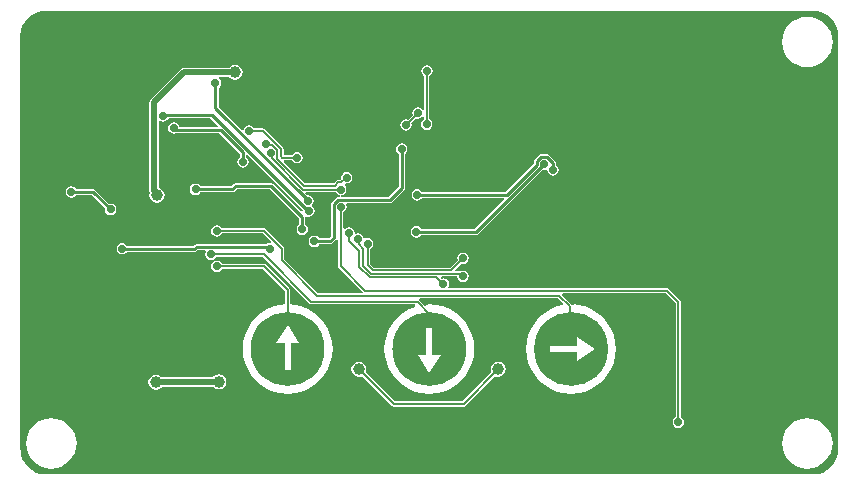
<source format=gtl>
G04*
G04 #@! TF.GenerationSoftware,Altium Limited,Altium Designer,20.1.12 (249)*
G04*
G04 Layer_Physical_Order=1*
G04 Layer_Color=255*
%FSLAX25Y25*%
%MOIN*%
G70*
G04*
G04 #@! TF.SameCoordinates,5D91F948-5D34-48A5-82E7-886A0B8BAD73*
G04*
G04*
G04 #@! TF.FilePolarity,Positive*
G04*
G01*
G75*
%ADD10C,0.01000*%
%ADD13C,0.00700*%
%ADD14C,0.02000*%
%ADD15O,0.04331X0.08661*%
%ADD16O,0.05118X0.10236*%
%ADD17C,0.03937*%
%ADD18C,0.02756*%
G36*
X265748Y155967D02*
Y155967D01*
X266236Y155938D01*
X267377Y155826D01*
X268943Y155351D01*
X270386Y154579D01*
X271651Y153541D01*
X272690Y152276D01*
X273461Y150833D01*
X273936Y149267D01*
X274048Y148126D01*
X274077Y147638D01*
X274077Y147638D01*
X274077Y147637D01*
X274077Y147637D01*
X274077Y147138D01*
X274077Y9843D01*
X274077Y9843D01*
X274077Y9842D01*
X274048Y9354D01*
X273936Y8213D01*
X273461Y6647D01*
X272690Y5204D01*
X271651Y3939D01*
X270386Y2901D01*
X268943Y2129D01*
X267377Y1654D01*
X265813Y1500D01*
X265748Y1513D01*
X9843D01*
X9778Y1500D01*
X8214Y1654D01*
X6648Y2129D01*
X5204Y2901D01*
X3939Y3939D01*
X2901Y5204D01*
X2129Y6648D01*
X1654Y8214D01*
X1542Y9354D01*
X1513Y9843D01*
X1513Y9843D01*
Y147638D01*
X1500Y147703D01*
X1654Y149267D01*
X2129Y150833D01*
X2901Y152276D01*
X3939Y153541D01*
X5204Y154579D01*
X6648Y155351D01*
X8214Y155826D01*
X9354Y155938D01*
X9843Y155967D01*
X10342Y155967D01*
X265256Y155967D01*
X265748Y155967D01*
D02*
G37*
%LPC*%
G36*
X263779Y154084D02*
X262138Y153922D01*
X260559Y153443D01*
X259105Y152666D01*
X257830Y151619D01*
X256783Y150344D01*
X256006Y148889D01*
X255527Y147311D01*
X255365Y145669D01*
X255527Y144028D01*
X256006Y142449D01*
X256783Y140994D01*
X257830Y139719D01*
X259105Y138673D01*
X260559Y137895D01*
X262138Y137416D01*
X263779Y137255D01*
X265421Y137416D01*
X267000Y137895D01*
X268454Y138673D01*
X269729Y139719D01*
X270776Y140994D01*
X271553Y142449D01*
X272032Y144028D01*
X272194Y145669D01*
X272032Y147311D01*
X271553Y148889D01*
X270776Y150344D01*
X269729Y151619D01*
X268454Y152666D01*
X267000Y153443D01*
X265421Y153922D01*
X263779Y154084D01*
D02*
G37*
G36*
X73000Y138017D02*
X72037Y137825D01*
X71220Y137280D01*
X71053Y137029D01*
X56000D01*
X55415Y136913D01*
X54919Y136581D01*
X44919Y126581D01*
X44587Y126085D01*
X44471Y125500D01*
Y96024D01*
X44587Y95439D01*
X44651Y95343D01*
X44483Y94500D01*
X44675Y93537D01*
X45220Y92720D01*
X46037Y92175D01*
X47000Y91983D01*
X47963Y92175D01*
X48780Y92720D01*
X49325Y93537D01*
X49517Y94500D01*
X49325Y95463D01*
X48780Y96280D01*
X47963Y96825D01*
X47529Y96912D01*
Y119190D01*
X48029Y119457D01*
X48367Y119231D01*
X49100Y119085D01*
X49833Y119231D01*
X50454Y119646D01*
X50869Y120267D01*
X50887Y120358D01*
X64837D01*
X67414Y117781D01*
X67222Y117320D01*
X54451D01*
X54369Y117733D01*
X53954Y118354D01*
X53333Y118769D01*
X52600Y118915D01*
X51867Y118769D01*
X51246Y118354D01*
X50831Y117733D01*
X50685Y117000D01*
X50831Y116267D01*
X51246Y115646D01*
X51867Y115231D01*
X52600Y115085D01*
X53333Y115231D01*
X53491Y115337D01*
X53775Y115280D01*
X67793D01*
X74680Y108393D01*
Y107177D01*
X74346Y106954D01*
X73931Y106333D01*
X73785Y105600D01*
X73931Y104867D01*
X74346Y104246D01*
X74967Y103831D01*
X75700Y103685D01*
X76433Y103831D01*
X77054Y104246D01*
X77469Y104867D01*
X77615Y105600D01*
X77469Y106333D01*
X77054Y106954D01*
X76720Y107177D01*
Y107822D01*
X77182Y108014D01*
X95609Y89586D01*
X95587Y89372D01*
X95064Y89187D01*
X85788Y98463D01*
X85458Y98684D01*
X85067Y98762D01*
X73320D01*
X72929Y98684D01*
X72599Y98463D01*
X71662Y97526D01*
X61439D01*
X61215Y97861D01*
X60594Y98276D01*
X59861Y98422D01*
X59128Y98276D01*
X58507Y97861D01*
X58092Y97240D01*
X57946Y96507D01*
X58092Y95774D01*
X58507Y95153D01*
X59128Y94738D01*
X59861Y94592D01*
X60594Y94738D01*
X61215Y95153D01*
X61439Y95487D01*
X72084D01*
X72474Y95565D01*
X72805Y95786D01*
X73742Y96723D01*
X84645D01*
X94453Y86915D01*
Y84756D01*
X94118Y84532D01*
X93703Y83911D01*
X93558Y83178D01*
X93703Y82446D01*
X94118Y81824D01*
X94740Y81409D01*
X95472Y81264D01*
X96205Y81409D01*
X96826Y81824D01*
X97241Y82446D01*
X97387Y83178D01*
X97241Y83911D01*
X96826Y84532D01*
X96492Y84756D01*
Y87247D01*
X96705Y87426D01*
X96963Y87534D01*
X96967Y87531D01*
X97700Y87385D01*
X98433Y87531D01*
X99054Y87946D01*
X99469Y88567D01*
X99615Y89300D01*
X99469Y90033D01*
X99054Y90654D01*
X98786Y90833D01*
X98654Y91346D01*
X99069Y91967D01*
X99215Y92700D01*
X99069Y93433D01*
X98654Y94054D01*
X98033Y94469D01*
X97300Y94615D01*
X97020Y94559D01*
X96451Y95128D01*
X96642Y95590D01*
X106588D01*
X106914Y95103D01*
X107535Y94688D01*
X107974Y94600D01*
X108085Y94578D01*
X108036Y94078D01*
X107315D01*
X106925Y94001D01*
X106594Y93780D01*
X105201Y92387D01*
X104980Y92056D01*
X104903Y91666D01*
Y80754D01*
X104368Y80220D01*
X101077D01*
X100854Y80554D01*
X100233Y80969D01*
X99500Y81115D01*
X98767Y80969D01*
X98146Y80554D01*
X97731Y79933D01*
X97585Y79200D01*
X97731Y78467D01*
X98146Y77846D01*
X98767Y77431D01*
X99500Y77285D01*
X100233Y77431D01*
X100854Y77846D01*
X101077Y78180D01*
X104791D01*
X105181Y78258D01*
X105511Y78479D01*
X106643Y79611D01*
X106864Y79941D01*
X106942Y80332D01*
X107433Y80312D01*
Y70834D01*
X107499Y70502D01*
X107687Y70221D01*
X115518Y62390D01*
X115311Y61890D01*
X100753D01*
X89449Y73194D01*
Y76772D01*
X89383Y77103D01*
X89196Y77385D01*
X83290Y83290D01*
X83009Y83478D01*
X82677Y83544D01*
X68609D01*
X68283Y84031D01*
X67662Y84446D01*
X66929Y84592D01*
X66196Y84446D01*
X65575Y84031D01*
X65160Y83410D01*
X65014Y82677D01*
X65160Y81944D01*
X65575Y81323D01*
X66196Y80908D01*
X66929Y80762D01*
X67662Y80908D01*
X68283Y81323D01*
X68609Y81810D01*
X82318D01*
X85004Y79125D01*
X84757Y78664D01*
X84646Y78686D01*
X83913Y78541D01*
X83404Y78201D01*
X60039D01*
X59649Y78123D01*
X59318Y77902D01*
X59208Y77791D01*
X37010D01*
X36787Y78126D01*
X36166Y78541D01*
X35433Y78686D01*
X34700Y78541D01*
X34079Y78126D01*
X33664Y77504D01*
X33518Y76772D01*
X33664Y76039D01*
X34079Y75418D01*
X34700Y75003D01*
X35433Y74857D01*
X36166Y75003D01*
X36787Y75418D01*
X37010Y75752D01*
X59630D01*
X60020Y75830D01*
X60351Y76051D01*
X60462Y76161D01*
X63008D01*
X63276Y75661D01*
X63192Y75536D01*
X63046Y74803D01*
X63192Y74070D01*
X63607Y73449D01*
X64228Y73034D01*
X64961Y72888D01*
X65693Y73034D01*
X66315Y73449D01*
X66640Y73936D01*
X82318D01*
X97812Y58442D01*
X98094Y58254D01*
X98425Y58188D01*
X133037D01*
X133143Y58048D01*
X133150Y57930D01*
X132965Y57455D01*
X131001Y56642D01*
X128999Y55414D01*
X127213Y53889D01*
X125688Y52104D01*
X124461Y50101D01*
X123562Y47932D01*
X123014Y45648D01*
X122830Y43307D01*
X123014Y40966D01*
X123562Y38682D01*
X124461Y36513D01*
X125688Y34511D01*
X127213Y32725D01*
X128999Y31200D01*
X131001Y29973D01*
X133171Y29074D01*
X135454Y28526D01*
X137795Y28341D01*
X140136Y28526D01*
X142420Y29074D01*
X144589Y29973D01*
X146592Y31200D01*
X148378Y32725D01*
X149903Y34511D01*
X151130Y36513D01*
X152028Y38682D01*
X152577Y40966D01*
X152761Y43307D01*
X152577Y45648D01*
X152028Y47932D01*
X151130Y50101D01*
X149903Y52104D01*
X148378Y53889D01*
X146592Y55414D01*
X144589Y56642D01*
X142420Y57540D01*
X140136Y58088D01*
X137795Y58273D01*
Y58246D01*
X137405Y58169D01*
X137074Y57947D01*
X137004Y57842D01*
X136406Y57734D01*
X134482Y59657D01*
X134484Y59704D01*
X134639Y60157D01*
X180743D01*
X182386Y58514D01*
X182211Y57999D01*
X181912Y57900D01*
D01*
X180415Y57540D01*
X178245Y56642D01*
X176243Y55414D01*
X174457Y53889D01*
X172932Y52104D01*
X171705Y50101D01*
X170806Y47932D01*
X170258Y45648D01*
X170074Y43307D01*
X170258Y40966D01*
X170806Y38682D01*
X171705Y36513D01*
X172932Y34511D01*
X174457Y32725D01*
X176243Y31200D01*
X178245Y29973D01*
X180415Y29074D01*
X182698Y28526D01*
X185039Y28341D01*
X187381Y28526D01*
X189664Y29074D01*
X191834Y29973D01*
X193836Y31200D01*
X195622Y32725D01*
X197147Y34511D01*
X198374Y36513D01*
X199273Y38682D01*
X199821Y40966D01*
X200005Y43307D01*
X199821Y45648D01*
X199273Y47932D01*
X198374Y50101D01*
X197147Y52104D01*
X195622Y53889D01*
X193836Y55414D01*
X191834Y56642D01*
X189664Y57540D01*
X187381Y58088D01*
X186102Y58189D01*
X186103Y58197D01*
X186031Y58211D01*
X185641Y58133D01*
X185507Y58043D01*
X185259Y58093D01*
X181995Y61356D01*
X182202Y61856D01*
X216818D01*
X219915Y58760D01*
Y20560D01*
X219427Y20234D01*
X219012Y19613D01*
X218867Y18880D01*
X219012Y18147D01*
X219427Y17526D01*
X220049Y17111D01*
X220781Y16965D01*
X221514Y17111D01*
X222135Y17526D01*
X222550Y18147D01*
X222696Y18880D01*
X222550Y19613D01*
X222135Y20234D01*
X221648Y20560D01*
Y59119D01*
X221582Y59450D01*
X221394Y59732D01*
X217790Y63336D01*
X217509Y63524D01*
X217177Y63590D01*
X144418D01*
X144150Y64090D01*
X144269Y64267D01*
X144415Y65000D01*
X144269Y65733D01*
X143854Y66354D01*
X143233Y66769D01*
X142500Y66915D01*
X141892Y66794D01*
X141649Y67057D01*
X141850Y67533D01*
X147058D01*
X147085Y67500D01*
X147231Y66767D01*
X147646Y66146D01*
X148267Y65731D01*
X149000Y65585D01*
X149733Y65731D01*
X150354Y66146D01*
X150769Y66767D01*
X150915Y67500D01*
X150769Y68233D01*
X150354Y68854D01*
X149733Y69269D01*
X149000Y69415D01*
X148267Y69269D01*
X148029Y69110D01*
X147894Y69201D01*
X147562Y69267D01*
X146646D01*
X146454Y69729D01*
X148425Y71700D01*
X149000Y71585D01*
X149733Y71731D01*
X150354Y72146D01*
X150769Y72767D01*
X150915Y73500D01*
X150769Y74233D01*
X150354Y74854D01*
X149733Y75269D01*
X149000Y75415D01*
X148267Y75269D01*
X147646Y74854D01*
X147231Y74233D01*
X147085Y73500D01*
X147200Y72925D01*
X144741Y70467D01*
X119259D01*
X118067Y71659D01*
Y76720D01*
X118554Y77046D01*
X118969Y77667D01*
X119115Y78400D01*
X118969Y79133D01*
X118554Y79754D01*
X117933Y80169D01*
X117200Y80315D01*
X116467Y80169D01*
X116294Y80053D01*
X115738Y80283D01*
X115669Y80633D01*
X115254Y81254D01*
X114633Y81669D01*
X113900Y81815D01*
X113367Y81709D01*
X112981Y81957D01*
X112898Y82086D01*
X112769Y82733D01*
X112354Y83354D01*
X111733Y83769D01*
X111000Y83915D01*
X110267Y83769D01*
X109667Y83368D01*
X109546Y83392D01*
X109167Y83536D01*
Y89001D01*
X109654Y89327D01*
X110069Y89948D01*
X110215Y90681D01*
X110069Y91413D01*
X109985Y91539D01*
X110252Y92039D01*
X124555D01*
X124945Y92117D01*
X125276Y92338D01*
X129321Y96383D01*
X129542Y96714D01*
X129620Y97104D01*
Y108423D01*
X129954Y108646D01*
X130369Y109267D01*
X130515Y110000D01*
X130369Y110733D01*
X129954Y111354D01*
X129333Y111769D01*
X128600Y111915D01*
X127867Y111769D01*
X127246Y111354D01*
X126831Y110733D01*
X126685Y110000D01*
X126831Y109267D01*
X127246Y108646D01*
X127580Y108423D01*
Y97526D01*
X124132Y94078D01*
X108500D01*
X108450Y94578D01*
X108561Y94600D01*
X109001Y94688D01*
X109622Y95103D01*
X110037Y95724D01*
X110182Y96457D01*
X110037Y97189D01*
X109622Y97811D01*
X109657Y98370D01*
X109861Y98554D01*
X110236Y98479D01*
X110969Y98625D01*
X111590Y99040D01*
X112005Y99661D01*
X112151Y100394D01*
X112005Y101126D01*
X111590Y101748D01*
X110969Y102163D01*
X110236Y102308D01*
X109503Y102163D01*
X108882Y101748D01*
X108467Y101126D01*
X108321Y100394D01*
X108386Y100072D01*
X108009Y99695D01*
X107489D01*
X107157Y99629D01*
X106876Y99441D01*
X105958Y98523D01*
X96446D01*
X89259Y105710D01*
X89466Y106210D01*
X91927D01*
X92252Y105723D01*
X92873Y105308D01*
X93606Y105162D01*
X94339Y105308D01*
X94960Y105723D01*
X95375Y106344D01*
X95521Y107077D01*
X95375Y107809D01*
X94960Y108431D01*
X94339Y108846D01*
X93606Y108991D01*
X92873Y108846D01*
X92252Y108431D01*
X91927Y107943D01*
X89234D01*
Y109981D01*
X89168Y110313D01*
X88980Y110594D01*
X82961Y116613D01*
X82679Y116801D01*
X82348Y116867D01*
X79479D01*
X79154Y117354D01*
X78533Y117769D01*
X77800Y117915D01*
X77067Y117769D01*
X76446Y117354D01*
X76031Y116733D01*
X75952Y116334D01*
X75409Y116170D01*
X67520Y124059D01*
Y130423D01*
X67854Y130646D01*
X68269Y131267D01*
X68415Y132000D01*
X68269Y132733D01*
X67854Y133354D01*
X67679Y133471D01*
X67831Y133971D01*
X71053D01*
X71220Y133720D01*
X72037Y133175D01*
X73000Y132983D01*
X73963Y133175D01*
X74780Y133720D01*
X75325Y134537D01*
X75517Y135500D01*
X75325Y136463D01*
X74780Y137280D01*
X73963Y137825D01*
X73000Y138017D01*
D02*
G37*
G36*
X137000Y137915D02*
X136267Y137769D01*
X135646Y137354D01*
X135231Y136733D01*
X135085Y136000D01*
X135231Y135267D01*
X135646Y134646D01*
X136083Y134354D01*
Y123163D01*
X135583Y123011D01*
X135354Y123354D01*
X134733Y123769D01*
X134000Y123915D01*
X133267Y123769D01*
X132646Y123354D01*
X132231Y122733D01*
X132085Y122000D01*
X132200Y121425D01*
X130575Y119800D01*
X130000Y119915D01*
X129267Y119769D01*
X128646Y119354D01*
X128231Y118733D01*
X128085Y118000D01*
X128231Y117267D01*
X128646Y116646D01*
X129267Y116231D01*
X130000Y116085D01*
X130733Y116231D01*
X131354Y116646D01*
X131769Y117267D01*
X131915Y118000D01*
X131800Y118575D01*
X133425Y120200D01*
X134000Y120085D01*
X134733Y120231D01*
X135354Y120646D01*
X135583Y120989D01*
X136083Y120837D01*
Y119922D01*
X135545Y119563D01*
X135130Y118942D01*
X134984Y118209D01*
X135130Y117476D01*
X135545Y116855D01*
X136166Y116440D01*
X136899Y116294D01*
X137632Y116440D01*
X138253Y116855D01*
X138668Y117476D01*
X138814Y118209D01*
X138668Y118942D01*
X138253Y119563D01*
X137816Y119855D01*
Y134287D01*
X138354Y134646D01*
X138769Y135267D01*
X138915Y136000D01*
X138769Y136733D01*
X138354Y137354D01*
X137733Y137769D01*
X137000Y137915D01*
D02*
G37*
G36*
X176985Y108398D02*
X175015D01*
X174625Y108320D01*
X174294Y108099D01*
X172901Y106706D01*
X172680Y106375D01*
X172602Y105985D01*
Y105166D01*
X163160Y95723D01*
X135344D01*
X135121Y96058D01*
X134499Y96473D01*
X133767Y96619D01*
X133034Y96473D01*
X132413Y96058D01*
X131998Y95437D01*
X131852Y94704D01*
X131998Y93971D01*
X132413Y93350D01*
X133034Y92935D01*
X133767Y92789D01*
X134499Y92935D01*
X135121Y93350D01*
X135344Y93684D01*
X162589D01*
X162780Y93222D01*
X152956Y83398D01*
X135077D01*
X134854Y83732D01*
X134233Y84147D01*
X133500Y84293D01*
X132767Y84147D01*
X132146Y83732D01*
X131731Y83111D01*
X131585Y82378D01*
X131731Y81645D01*
X132146Y81024D01*
X132767Y80609D01*
X133500Y80463D01*
X134233Y80609D01*
X134854Y81024D01*
X135077Y81358D01*
X153378D01*
X153768Y81436D01*
X154099Y81657D01*
X175606Y103164D01*
X176000Y103085D01*
X176617Y103208D01*
X176886Y103088D01*
X177109Y102881D01*
X177231Y102267D01*
X177646Y101646D01*
X178267Y101231D01*
X179000Y101085D01*
X179733Y101231D01*
X180354Y101646D01*
X180769Y102267D01*
X180915Y103000D01*
X180769Y103733D01*
X180354Y104354D01*
X180020Y104577D01*
Y105363D01*
X179942Y105753D01*
X179721Y106084D01*
X177706Y108099D01*
X177375Y108320D01*
X176985Y108398D01*
D02*
G37*
G36*
X18500Y97515D02*
X17767Y97369D01*
X17146Y96954D01*
X16731Y96333D01*
X16585Y95600D01*
X16731Y94867D01*
X17146Y94246D01*
X17767Y93831D01*
X18500Y93685D01*
X19233Y93831D01*
X19854Y94246D01*
X20077Y94580D01*
X25363D01*
X29695Y90248D01*
X29617Y89854D01*
X29763Y89121D01*
X30178Y88500D01*
X30799Y88085D01*
X31532Y87939D01*
X32265Y88085D01*
X32886Y88500D01*
X33301Y89121D01*
X33447Y89854D01*
X33301Y90587D01*
X32886Y91208D01*
X32265Y91623D01*
X31532Y91769D01*
X31137Y91690D01*
X26507Y96321D01*
X26176Y96542D01*
X25786Y96620D01*
X20077D01*
X19854Y96954D01*
X19233Y97369D01*
X18500Y97515D01*
D02*
G37*
G36*
X66929Y72781D02*
X66196Y72635D01*
X65575Y72220D01*
X65160Y71599D01*
X65014Y70866D01*
X65160Y70133D01*
X65575Y69512D01*
X66196Y69097D01*
X66929Y68951D01*
X67662Y69097D01*
X68283Y69512D01*
X68609Y69999D01*
X82318D01*
X89684Y62633D01*
Y58204D01*
X88437Y58106D01*
Y58106D01*
X88210Y58088D01*
X87957Y58028D01*
X85927Y57540D01*
X83757Y56642D01*
X81755Y55414D01*
X79969Y53889D01*
X78444Y52104D01*
X77217Y50101D01*
X76318Y47932D01*
X75770Y45648D01*
X75586Y43307D01*
X75770Y40966D01*
X76318Y38682D01*
X77217Y36513D01*
X78444Y34511D01*
X79969Y32725D01*
X81755Y31200D01*
X83757Y29973D01*
X85927Y29074D01*
X88210Y28526D01*
X90551Y28341D01*
X92892Y28526D01*
X95176Y29074D01*
X97345Y29973D01*
X99348Y31200D01*
X101133Y32725D01*
X102659Y34511D01*
X103886Y36513D01*
X104784Y38682D01*
X105333Y40966D01*
X105517Y43307D01*
X105333Y45648D01*
X104784Y47932D01*
X103886Y50101D01*
X102659Y52104D01*
X101133Y53889D01*
X99348Y55414D01*
X97345Y56642D01*
X95176Y57540D01*
X93159Y58024D01*
X92892Y58088D01*
X92665Y58106D01*
Y58106D01*
X91418Y58204D01*
Y62992D01*
X91352Y63324D01*
X91164Y63605D01*
X83290Y71479D01*
X83009Y71667D01*
X82677Y71733D01*
X68609D01*
X68283Y72220D01*
X67662Y72635D01*
X66929Y72781D01*
D02*
G37*
G36*
X67600Y34917D02*
X66637Y34725D01*
X65820Y34180D01*
X65586Y33829D01*
X48580D01*
X48480Y33980D01*
X47663Y34525D01*
X46700Y34717D01*
X45737Y34525D01*
X44920Y33980D01*
X44375Y33163D01*
X44183Y32200D01*
X44375Y31237D01*
X44920Y30420D01*
X45737Y29875D01*
X46700Y29683D01*
X47663Y29875D01*
X48480Y30420D01*
X48714Y30771D01*
X65720D01*
X65820Y30620D01*
X66637Y30075D01*
X67600Y29883D01*
X68563Y30075D01*
X69380Y30620D01*
X69925Y31437D01*
X70117Y32400D01*
X69925Y33363D01*
X69380Y34180D01*
X68563Y34725D01*
X67600Y34917D01*
D02*
G37*
G36*
X160800Y39117D02*
X159837Y38925D01*
X159020Y38380D01*
X158475Y37563D01*
X158283Y36600D01*
X158475Y35637D01*
X158529Y35555D01*
X148841Y25867D01*
X126259D01*
X116571Y35555D01*
X116625Y35637D01*
X116817Y36600D01*
X116625Y37563D01*
X116080Y38380D01*
X115263Y38925D01*
X114300Y39117D01*
X113337Y38925D01*
X112520Y38380D01*
X111975Y37563D01*
X111783Y36600D01*
X111975Y35637D01*
X112520Y34820D01*
X113337Y34275D01*
X114300Y34083D01*
X115263Y34275D01*
X115345Y34329D01*
X125287Y24387D01*
X125568Y24199D01*
X125900Y24133D01*
X149200D01*
X149532Y24199D01*
X149813Y24387D01*
X159755Y34329D01*
X159837Y34275D01*
X160800Y34083D01*
X161763Y34275D01*
X162580Y34820D01*
X163125Y35637D01*
X163317Y36600D01*
X163125Y37563D01*
X162580Y38380D01*
X161763Y38925D01*
X160800Y39117D01*
D02*
G37*
G36*
X263779Y20226D02*
X262138Y20064D01*
X260559Y19585D01*
X259105Y18808D01*
X257830Y17761D01*
X256783Y16486D01*
X256006Y15031D01*
X255527Y13453D01*
X255365Y11811D01*
X255527Y10169D01*
X256006Y8591D01*
X256783Y7136D01*
X257830Y5861D01*
X259105Y4815D01*
X260559Y4037D01*
X262138Y3558D01*
X263779Y3396D01*
X265421Y3558D01*
X267000Y4037D01*
X268454Y4815D01*
X269729Y5861D01*
X270776Y7136D01*
X271553Y8591D01*
X272032Y10169D01*
X272194Y11811D01*
X272032Y13453D01*
X271553Y15031D01*
X270776Y16486D01*
X269729Y17761D01*
X268454Y18808D01*
X267000Y19585D01*
X265421Y20064D01*
X263779Y20226D01*
D02*
G37*
G36*
X11811D02*
X10169Y20064D01*
X8591Y19585D01*
X7136Y18808D01*
X5861Y17761D01*
X4815Y16486D01*
X4037Y15031D01*
X3558Y13453D01*
X3396Y11811D01*
X3558Y10169D01*
X4037Y8591D01*
X4815Y7136D01*
X5861Y5861D01*
X7136Y4815D01*
X8591Y4037D01*
X10169Y3558D01*
X11811Y3396D01*
X13453Y3558D01*
X15031Y4037D01*
X16486Y4815D01*
X17761Y5861D01*
X18808Y7136D01*
X19585Y8591D01*
X20064Y10169D01*
X20226Y11811D01*
X20064Y13453D01*
X19585Y15031D01*
X18808Y16486D01*
X17761Y17761D01*
X16486Y18808D01*
X15031Y19585D01*
X13453Y20064D01*
X11811Y20226D01*
D02*
G37*
%LPD*%
G36*
X188848Y54503D02*
X192913Y52165D01*
X194872Y49689D01*
X195866Y47244D01*
X196850Y44291D01*
Y43307D01*
X196057Y39672D01*
X193915Y35596D01*
X190871Y33145D01*
X187104Y31726D01*
X182769Y31648D01*
X178538Y33558D01*
X175777Y35880D01*
X173635Y39956D01*
X173145Y44987D01*
X174590Y48883D01*
X177506Y52521D01*
X180512Y54279D01*
X184605Y55138D01*
X188848Y54503D01*
D02*
G37*
G36*
X143372Y53756D02*
X147010Y50841D01*
X148767Y47835D01*
X149626Y43742D01*
X148991Y39499D01*
X146653Y35433D01*
X144177Y33474D01*
X141732Y32480D01*
X138779Y31496D01*
X137795D01*
X134161Y32290D01*
X130084Y34431D01*
X127633Y37476D01*
X126214Y41243D01*
X126136Y45577D01*
X128046Y49809D01*
X130368Y52569D01*
X134444Y54711D01*
X139476Y55201D01*
X143372Y53756D01*
D02*
G37*
%LPC*%
G36*
X187008Y47244D02*
Y44291D01*
X178150D01*
Y42323D01*
X187008D01*
Y39370D01*
X192913Y43307D01*
X187008Y47244D01*
D02*
G37*
G36*
X138779Y50197D02*
X136811D01*
Y41339D01*
X133858D01*
X137795Y35433D01*
X141732Y41339D01*
X138779D01*
Y50197D01*
D02*
G37*
%LPD*%
G36*
X94186Y54325D02*
X98263Y52183D01*
X100714Y49138D01*
X102133Y45371D01*
X102210Y41037D01*
X100301Y36805D01*
X97979Y34045D01*
X93902Y31903D01*
X88871Y31413D01*
X84975Y32858D01*
X81337Y35773D01*
X79579Y38779D01*
X78721Y42873D01*
X79355Y47115D01*
X81693Y51181D01*
X84170Y53140D01*
X86614Y54134D01*
X89567Y55118D01*
X90551D01*
X94186Y54325D01*
D02*
G37*
%LPC*%
G36*
X90551Y51181D02*
X86614Y45276D01*
X89567D01*
Y36417D01*
X91535D01*
Y45276D01*
X94488D01*
X90551Y51181D01*
D02*
G37*
%LPD*%
D10*
X196850Y43307D02*
G03*
X196850Y43307I-11811J0D01*
G01*
X149606D02*
G03*
X149606Y43307I-11811J0D01*
G01*
X102362D02*
G03*
X102362Y43307I-11811J0D01*
G01*
X68216Y116300D02*
X75700Y108816D01*
X53775Y116300D02*
X68216D01*
X52600Y117000D02*
X53075D01*
X53775Y116300D01*
X75700Y105600D02*
Y108816D01*
X65259Y121378D02*
X97337Y89300D01*
X49478Y121378D02*
X65259D01*
X49100Y121000D02*
X49478Y121378D01*
X95472Y83178D02*
Y87337D01*
X85067Y97742D02*
X95472Y87337D01*
X73320Y97742D02*
X85067D01*
X72084Y96507D02*
X73320Y97742D01*
X59861Y96507D02*
X72084D01*
X25786Y95600D02*
X31532Y89854D01*
X18500Y95600D02*
X25786D01*
X66500Y123637D02*
X97300Y92837D01*
X66500Y123637D02*
Y132000D01*
X97300Y92700D02*
Y92837D01*
X97337Y89300D02*
X97700D01*
X99500Y79200D02*
X104791D01*
X105922Y80332D01*
Y91666D01*
X107315Y93059D01*
X124555D01*
X128600Y97104D02*
Y110000D01*
X124555Y93059D02*
X128600Y97104D01*
X153378Y82378D02*
X176000Y105000D01*
X133500Y82378D02*
X153378D01*
X84171Y76772D02*
X84646D01*
X83761Y77181D02*
X84171Y76772D01*
X60039Y77181D02*
X83761D01*
X59630Y76772D02*
X60039Y77181D01*
X35433Y76772D02*
X59630D01*
X176985Y107378D02*
X179000Y105363D01*
Y103000D02*
Y105363D01*
X133767Y94704D02*
X163583D01*
X173622Y104743D02*
Y105985D01*
X163583Y94704D02*
X173622Y104743D01*
Y105985D02*
X175015Y107378D01*
X176985D01*
X133767Y94704D02*
X133767Y94704D01*
D13*
X82348Y116000D02*
X88367Y109981D01*
X77800Y116000D02*
X82348D01*
X83300Y111800D02*
X83693Y111407D01*
X87167Y106576D02*
Y109484D01*
X85244Y111407D02*
X87167Y109484D01*
Y106576D02*
X96087Y97657D01*
X85229Y106817D02*
Y108271D01*
X84939Y108561D02*
X85229Y108271D01*
Y106817D02*
X95590Y96457D01*
X88367Y107487D02*
X88777Y107077D01*
X93606D01*
X88367Y107487D02*
Y109981D01*
X114300Y36600D02*
X125900Y25000D01*
X149200D02*
X160800Y36600D01*
X125900Y25000D02*
X149200D01*
X114241Y78208D02*
X115700Y76749D01*
X113900Y79900D02*
X114241Y79559D01*
Y78208D02*
Y79559D01*
X117906Y67200D02*
X140162D01*
X142362Y65000D01*
X114500Y70606D02*
Y75900D01*
Y70606D02*
X117906Y67200D01*
X111077Y79323D02*
X114500Y75900D01*
X115700Y71103D02*
X118403Y68400D01*
X115700Y71103D02*
Y76749D01*
X118403Y68400D02*
X147562D01*
X148462Y67500D02*
X149000D01*
X147562Y68400D02*
X148462Y67500D01*
X117200Y71300D02*
Y78400D01*
X118900Y69600D02*
X145100D01*
X117200Y71300D02*
X118900Y69600D01*
X111077Y79323D02*
Y81923D01*
X111000Y82000D02*
X111077Y81923D01*
X142362Y65000D02*
X142500D01*
X145100Y69600D02*
X149000Y73500D01*
X106317Y97657D02*
X107489Y98829D01*
X108368D01*
X109933Y100394D01*
X110236D01*
X83693Y111407D02*
X85244D01*
X95590Y96457D02*
X108268D01*
X96087Y97657D02*
X106317D01*
X220781Y18880D02*
Y59119D01*
X116411Y62723D02*
X217177D01*
X220781Y59119D01*
X108300Y70834D02*
Y90681D01*
Y70834D02*
X116411Y62723D01*
X100394Y61024D02*
X181102D01*
X88583Y72835D02*
Y76772D01*
Y72835D02*
X100394Y61024D01*
X82677Y82677D02*
X88583Y76772D01*
X82677Y74803D02*
X98425Y59055D01*
X64961Y74803D02*
X82677D01*
X181102Y61024D02*
X184646Y57480D01*
X66929Y82677D02*
X82677D01*
X98425Y59055D02*
X133858D01*
X66929Y70866D02*
X82677D01*
X90551Y55118D02*
Y62992D01*
X82677Y70866D02*
X90551Y62992D01*
X133858Y59055D02*
X137795Y55118D01*
X184646Y55511D02*
X185039Y55118D01*
X184646Y55511D02*
Y57480D01*
X136949Y118260D02*
Y135949D01*
X136899Y118209D02*
X136949Y118260D01*
X130000Y118000D02*
X134000Y122000D01*
X136949Y135949D02*
X137000Y136000D01*
D14*
X67500Y32300D02*
X67600Y32400D01*
X46800Y32300D02*
X67500D01*
X46700Y32200D02*
X46800Y32300D01*
X46000Y96024D02*
Y125500D01*
Y96024D02*
X47000Y95024D01*
X46000Y125500D02*
X56000Y135500D01*
X47000Y94500D02*
Y95024D01*
X56000Y135500D02*
X73000D01*
D15*
X120787Y128504D02*
D03*
X154803D02*
D03*
D16*
X120787Y149606D02*
D03*
X154803D02*
D03*
D17*
X39300Y42200D02*
D03*
X121400Y109400D02*
D03*
X121300Y115400D02*
D03*
X115300Y115300D02*
D03*
X98500Y114200D02*
D03*
X103700D02*
D03*
X98500Y119100D02*
D03*
X103600Y119000D02*
D03*
X59300Y149637D02*
D03*
Y141763D02*
D03*
Y145700D02*
D03*
Y153574D02*
D03*
X35217Y141737D02*
D03*
Y133863D02*
D03*
Y137800D02*
D03*
Y129926D02*
D03*
Y145674D02*
D03*
X188976Y125984D02*
D03*
X177165Y86614D02*
D03*
X185039D02*
D03*
Y78740D02*
D03*
X196850Y102362D02*
D03*
Y94488D02*
D03*
Y86614D02*
D03*
Y78740D02*
D03*
X244094Y51181D02*
D03*
Y59055D02*
D03*
Y66929D02*
D03*
Y74803D02*
D03*
Y82677D02*
D03*
Y90551D02*
D03*
Y98425D02*
D03*
Y106299D02*
D03*
Y114173D02*
D03*
Y122047D02*
D03*
Y129921D02*
D03*
X270669Y27559D02*
D03*
Y35433D02*
D03*
Y43307D02*
D03*
Y51181D02*
D03*
Y59055D02*
D03*
Y66929D02*
D03*
Y74803D02*
D03*
Y82677D02*
D03*
Y90551D02*
D03*
Y98425D02*
D03*
X23768Y28700D02*
D03*
X15861D02*
D03*
X11907D02*
D03*
X7954D02*
D03*
X4000D02*
D03*
X17500Y23900D02*
D03*
X11427Y102127D02*
D03*
X19900Y107600D02*
D03*
X68500Y60100D02*
D03*
X19814Y28700D02*
D03*
X11600Y60200D02*
D03*
X46700Y32200D02*
D03*
X67600Y32400D02*
D03*
X114300Y36600D02*
D03*
X160800D02*
D03*
X142002Y105037D02*
D03*
X70598Y91919D02*
D03*
X83838Y94774D02*
D03*
X117002Y53537D02*
D03*
X55502Y15037D02*
D03*
X76502Y14537D02*
D03*
X66002Y4537D02*
D03*
Y25537D02*
D03*
X58502Y23037D02*
D03*
Y7037D02*
D03*
X73502D02*
D03*
Y23037D02*
D03*
X46002Y72537D02*
D03*
X42502Y63037D02*
D03*
X41002Y107037D02*
D03*
X170500Y121500D02*
D03*
Y126500D02*
D03*
X73000Y135500D02*
D03*
X47000Y94500D02*
D03*
X101000Y147500D02*
D03*
X244094Y23622D02*
D03*
X231585D02*
D03*
Y39370D02*
D03*
Y31496D02*
D03*
Y35433D02*
D03*
Y27559D02*
D03*
Y43307D02*
D03*
X244094D02*
D03*
Y27559D02*
D03*
Y35433D02*
D03*
Y31496D02*
D03*
Y39370D02*
D03*
D18*
X52600Y117000D02*
D03*
X75700Y105600D02*
D03*
X55400Y119000D02*
D03*
X77800Y116000D02*
D03*
X83300Y111800D02*
D03*
X56800Y106200D02*
D03*
X59861Y96507D02*
D03*
X49100Y121000D02*
D03*
X18500Y95600D02*
D03*
X111000Y82000D02*
D03*
X113900Y79900D02*
D03*
X117200Y78400D02*
D03*
X118300Y82100D02*
D03*
X142500Y65000D02*
D03*
X149000Y73500D02*
D03*
Y67500D02*
D03*
X93606Y107077D02*
D03*
X164648Y74103D02*
D03*
X177000Y74000D02*
D03*
X197000D02*
D03*
X27953Y139528D02*
D03*
X209500Y7264D02*
D03*
X179500Y13764D02*
D03*
X103500Y64764D02*
D03*
X137428Y74089D02*
D03*
X115149Y109417D02*
D03*
X86000Y126000D02*
D03*
X108000Y127000D02*
D03*
X176500Y95000D02*
D03*
X247500Y145500D02*
D03*
X211000D02*
D03*
X66500Y132000D02*
D03*
X97300Y92700D02*
D03*
X97700Y89300D02*
D03*
X244418Y143883D02*
D03*
X214302Y143947D02*
D03*
X84939Y108561D02*
D03*
X108268Y96457D02*
D03*
X110236Y100394D02*
D03*
X31532Y89854D02*
D03*
X66929Y70866D02*
D03*
X108300Y90681D02*
D03*
X220781Y18880D02*
D03*
X64961Y74803D02*
D03*
X66929Y82677D02*
D03*
X95472Y83178D02*
D03*
X35433Y76772D02*
D03*
X84646D02*
D03*
X128600Y110000D02*
D03*
X99500Y79200D02*
D03*
X179000Y103000D02*
D03*
X176000Y105000D02*
D03*
X133767Y94704D02*
D03*
X133500Y82378D02*
D03*
X136899Y118209D02*
D03*
X134000Y122000D02*
D03*
X130000Y118000D02*
D03*
X137000Y136000D02*
D03*
M02*

</source>
